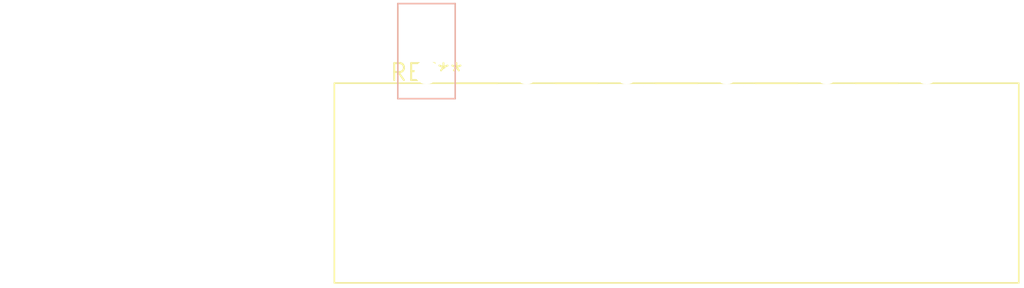
<source format=kicad_pcb>
(kicad_pcb (version 20240108) (generator pcbnew)
  (layers (0 "F.Cu" signal) (31 "B.Cu" signal) (34 "B.Paste" user) (35 "F.Paste" user) (36 "B.SilkS" user "B.Silkscreen") (37 "F.SilkS" user "F.Silkscreen") (38 "B.Mask" user) (39 "F.Mask" user) (44 "Edge.Cuts" user))
  (net 0 "")
  (footprint "Molex_Sabre_46007-1106_1x06_P7.49mm_Horizontal_ThermalVias" (layer "F.Cu") (at 0 0)
    (property "Reference" "REF**")
    (property "Value" "Molex_Sabre_46007-1106_1x06_P7.49mm_Horizontal_ThermalVias")
    (fp_line (start -2.15 -5.155) (end -2.15 1.975) (layer "B.SilkS") (stroke (width 0.12)))
    (fp_line (start -2.15 1.975) (end 2.15 1.975) (layer "B.SilkS") (stroke (width 0.12)))
    (fp_line (start 2.15 -5.155) (end -2.15 -5.155) (layer "B.SilkS") (stroke (width 0.12)))
    (fp_line (start 2.15 1.975) (end 2.15 -5.155) (layer "B.SilkS") (stroke (width 0.12)))
    (fp_line (start -6.9 0.815) (end -6.9 15.795) (layer "F.SilkS") (stroke (width 0.12)))
    (fp_line (start -6.9 15.795) (end 44.35 15.795) (layer "F.SilkS") (stroke (width 0.12)))
    (fp_line (start -2.15 0.815) (end -2.15 -4.895) (layer "F.SilkS") (stroke (width 0.12)))
    (fp_line (start 2.15 0.815) (end 5.34 0.815) (layer "F.SilkS") (stroke (width 0.12)))
    (fp_line (start 9.64 0.815) (end 12.83 0.815) (layer "F.SilkS") (stroke (width 0.12)))
    (fp_line (start 17.13 0.815) (end 20.32 0.815) (layer "F.SilkS") (stroke (width 0.12)))
    (fp_line (start 24.62 0.815) (end 27.81 0.815) (layer "F.SilkS") (stroke (width 0.12)))
    (fp_line (start 32.11 0.815) (end 35.3 0.815) (layer "F.SilkS") (stroke (width 0.12)))
    (fp_line (start 44.35 0.815) (end -6.9 0.815) (layer "F.SilkS") (stroke (width 0.12)))
    (fp_line (start 44.35 15.795) (end 44.35 0.815) (layer "F.SilkS") (stroke (width 0.12)))
    (pad "1" thru_hole rect (at -1.44 -4.445) (size 0.6 0.6) (drill 0.3) (layers *.Cu *.Mask) (remove_unused_layers))
    (pad "1" thru_hole rect (at -1.44 -3.0175) (size 0.6 0.6) (drill 0.3) (layers *.Cu *.Mask) (remove_unused_layers))
    (pad "1" thru_hole rect (at -1.44 -1.59) (size 0.6 0.6) (drill 0.3) (layers *.Cu *.Mask) (remove_unused_layers))
    (pad "1" thru_hole rect (at -1.44 -0.1625) (size 0.6 0.6) (drill 0.3) (layers *.Cu *.Mask) (remove_unused_layers))
    (pad "1" thru_hole rect (at -1.44 1.265) (size 0.6 0.6) (drill 0.3) (layers *.Cu *.Mask) (remove_unused_layers))
    (pad "1" thru_hole rect (at 0 -4.445) (size 0.6 0.6) (drill 0.3) (layers *.Cu *.Mask) (remove_unused_layers))
    (pad "1" thru_hole rect (at 0 -3.18) (size 3.78 3.43) (drill 1.78) (layers *.Cu *.Mask) (remove_unused_layers))
    (pad "1" thru_hole rect (at 0 -1.59) (size 0.6 0.6) (drill 0.3) (layers *.Cu *.Mask) (remove_unused_layers))
    (pad "1" thru_hole rect (at 0 0) (size 3.78 3.43) (drill 1.78) (layers *.Cu *.Mask) (remove_unused_layers))
    (pad "1" thru_hole rect (at 0 1.265) (size 0.6 0.6) (drill 0.3) (layers *.Cu *.Mask) (remove_unused_layers))
    (pad "1" thru_hole rect (at 1.44 -4.445) (size 0.6 0.6) (drill 0.3) (layers *.Cu *.Mask) (remove_unused_layers))
    (pad "1" thru_hole rect (at 1.44 -3.0175) (size 0.6 0.6) (drill 0.3) (layers *.Cu *.Mask) (remove_unused_layers))
    (pad "1" thru_hole rect (at 1.44 -1.59) (size 0.6 0.6) (drill 0.3) (layers *.Cu *.Mask) (remove_unused_layers))
    (pad "1" thru_hole rect (at 1.44 -0.1625) (size 0.6 0.6) (drill 0.3) (layers *.Cu *.Mask) (remove_unused_layers))
    (pad "1" thru_hole rect (at 1.44 1.265) (size 0.6 0.6) (drill 0.3) (layers *.Cu *.Mask) (remove_unused_layers))
    (pad "2" thru_hole circle (at 6.05 -4.445) (size 0.6 0.6) (drill 0.3) (layers *.Cu *.Mask) (remove_unused_layers))
    (pad "2" thru_hole circle (at 6.05 -3.0175) (size 0.6 0.6) (drill 0.3) (layers *.Cu *.Mask) (remove_unused_layers))
    (pad "2" thru_hole circle (at 6.05 -1.59) (size 0.6 0.6) (drill 0.3) (layers *.Cu *.Mask) (remove_unused_layers))
    (pad "2" thru_hole circle (at 6.05 -0.1625) (size 0.6 0.6) (drill 0.3) (layers *.Cu *.Mask) (remove_unused_layers))
    (pad "2" thru_hole circle (at 6.05 1.265) (size 0.6 0.6) (drill 0.3) (layers *.Cu *.Mask) (remove_unused_layers))
    (pad "2" thru_hole circle (at 7.49 -4.445) (size 0.6 0.6) (drill 0.3) (layers *.Cu *.Mask) (remove_unused_layers))
    (pad "2" thru_hole rect (at 7.49 -3.18) (size 3.78 3.43) (drill 1.78) (layers *.Cu *.Mask) (remove_unused_layers))
    (pad "2" thru_hole circle (at 7.49 -1.59) (size 0.6 0.6) (drill 0.3) (layers *.Cu *.Mask) (remove_unused_layers))
    (pad "2" thru_hole rect (at 7.49 0) (size 3.78 3.43) (drill 1.78) (layers *.Cu *.Mask) (remove_unused_layers))
    (pad "2" thru_hole circle (at 7.49 1.265) (size 0.6 0.6) (drill 0.3) (layers *.Cu *.Mask) (remove_unused_layers))
    (pad "2" thru_hole circle (at 8.93 -4.445) (size 0.6 0.6) (drill 0.3) (layers *.Cu *.Mask) (remove_unused_layers))
    (pad "2" thru_hole circle (at 8.93 -3.0175) (size 0.6 0.6) (drill 0.3) (layers *.Cu *.Mask) (remove_unused_layers))
    (pad "2" thru_hole circle (at 8.93 -1.59) (size 0.6 0.6) (drill 0.3) (layers *.Cu *.Mask) (remove_unused_layers))
    (pad "2" thru_hole circle (at 8.93 -0.1625) (size 0.6 0.6) (drill 0.3) (layers *.Cu *.Mask) (remove_unused_layers))
    (pad "2" thru_hole circle (at 8.93 1.265) (size 0.6 0.6) (drill 0.3) (layers *.Cu *.Mask) (remove_unused_layers))
    (pad "3" thru_hole circle (at 13.54 -4.445) (size 0.6 0.6) (drill 0.3) (layers *.Cu *.Mask) (remove_unused_layers))
    (pad "3" thru_hole circle (at 13.54 -3.0175) (size 0.6 0.6) (drill 0.3) (layers *.Cu *.Mask) (remove_unused_layers))
    (pad "3" thru_hole circle (at 13.54 -1.59) (size 0.6 0.6) (drill 0.3) (layers *.Cu *.Mask) (remove_unused_layers))
    (pad "3" thru_hole circle (at 13.54 -0.1625) (size 0.6 0.6) (drill 0.3) (layers *.Cu *.Mask) (remove_unused_layers))
    (pad "3" thru_hole circle (at 13.54 1.265) (size 0.6 0.6) (drill 0.3) (layers *.Cu *.Mask) (remove_unused_layers))
    (pad "3" thru_hole circle (at 14.98 -4.445) (size 0.6 0.6) (drill 0.3) (layers *.Cu *.Mask) (remove_unused_layers))
    (pad "3" thru_hole rect (at 14.98 -3.18) (size 3.78 3.43) (drill 1.78) (layers *.Cu *.Mask) (remove_unused_layers))
    (pad "3" thru_hole circle (at 14.98 -1.59) (size 0.6 0.6) (drill 0.3) (layers *.Cu *.Mask) (remove_unused_layers))
    (pad "3" thru_hole rect (at 14.98 0) (size 3.78 3.43) (drill 1.78) (layers *.Cu *.Mask) (remove_unused_layers))
    (pad "3" thru_hole circle (at 14.98 1.265) (size 0.6 0.6) (drill 0.3) (layers *.Cu *.Mask) (remove_unused_layers))
    (pad "3" thru_hole circle (at 16.42 -4.445) (size 0.6 0.6) (drill 0.3) (layers *.Cu *.Mask) (remove_unused_layers))
    (pad "3" thru_hole circle (at 16.42 -3.0175) (size 0.6 0.6) (drill 0.3) (layers *.Cu *.Mask) (remove_unused_layers))
    (pad "3" thru_hole circle (at 16.42 -1.59) (size 0.6 0.6) (drill 0.3) (layers *.Cu *.Mask) (remove_unused_layers))
    (pad "3" thru_hole circle (at 16.42 -0.1625) (size 0.6 0.6) (drill 0.3) (layers *.Cu *.Mask) (remove_unused_layers))
    (pad "3" thru_hole circle (at 16.42 1.265) (size 0.6 0.6) (drill 0.3) (layers *.Cu *.Mask) (remove_unused_layers))
    (pad "4" thru_hole circle (at 21.03 -4.445) (size 0.6 0.6) (drill 0.3) (layers *.Cu *.Mask) (remove_unused_layers))
    (pad "4" thru_hole circle (at 21.03 -3.0175) (size 0.6 0.6) (drill 0.3) (layers *.Cu *.Mask) (remove_unused_layers))
    (pad "4" thru_hole circle (at 21.03 -1.59) (size 0.6 0.6) (drill 0.3) (layers *.Cu *.Mask) (remove_unused_layers))
    (pad "4" thru_hole circle (at 21.03 -0.1625) (size 0.6 0.6) (drill 0.3) (layers *.Cu *.Mask) (remove_unused_layers))
    (pad "4" thru_hole circle (at 21.03 1.265) (size 0.6 0.6) (drill 0.3) (layers *.Cu *.Mask) (remove_unused_layers))
    (pad "4" thru_hole circle (at 22.47 -4.445) (size 0.6 0.6) (drill 0.3) (layers *.Cu *.Mask) (remove_unused_layers))
    (pad "4" thru_hole rect (at 22.47 -3.18) (size 3.78 3.43) (drill 1.78) (layers *.Cu *.Mask) (remove_unused_layers))
    (pad "4" thru_hole circle (at 22.47 -1.59) (size 0.6 0.6) (drill 0.3) (layers *.Cu *.Mask) (remove_unused_layers))
    (pad "4" thru_hole rect (at 22.47 0) (size 3.78 3.43) (drill 1.78) (layers *.Cu *.Mask) (remove_unused_layers))
    (pad "4" thru_hole circle (at 22.47 1.265) (size 0.6 0.6) (drill 0.3) (layers *.Cu *.Mask) (remove_unused_layers))
    (pad "4" thru_hole circle (at 23.91 -4.445) (size 0.6 0.6) (drill 0.3) (layers *.Cu *.Mask) (remove_unused_layers))
    (pad "4" thru_hole circle (at 23.91 -3.0175) (size 0.6 0.6) (drill 0.3) (layers *.Cu *.Mask) (remove_unused_layers))
    (pad "4" thru_hole circle (at 23.91 -1.59) (size 0.6 0.6) (drill 0.3) (layers *.Cu *.Mask) (remove_unused_layers))
    (pad "4" thru_hole circle (at 23.91 -0.1625) (size 0.6 0.6) (drill 0.3) (layers *.Cu *.Mask) (remove_unused_layers))
    (pad "4" thru_hole circle (at 23.91 1.265) (size 0.6 0.6) (drill 0.3) (layers *.Cu *.Mask) (remove_unused_layers))
    (pad "5" thru_hole circle (at 28.52 -4.445) (size 0.6 0.6) (drill 0.3) (layers *.Cu *.Mask) (remove_unused_layers))
    (pad "5" thru_hole circle (at 28.52 -3.0175) (size 0.6 0.6) (drill 0.3) (layers *.Cu *.Mask) (remove_unused_layers))
    (pad "5" thru_hole circle (at 28.52 -1.59) (size 0.6 0.6) (drill 0.3) (layers *.Cu *.Mask) (remove_unused_layers))
    (pad "5" thru_hole circle (at 28.52 -0.1625) (size 0.6 0.6) (drill 0.3) (layers *.Cu *.Mask) (remove_unused_layers))
    (pad "5" thru_hole circle (at 28.52 1.265) (size 0.6 0.6) (drill 0.3) (layers *.Cu *.Mask) (remove_unused_layers))
    (pad "5" thru_hole circle (at 29.96 -4.445) (size 0.6 0.6) (drill 0.3) (layers *.Cu *.Mask) (remove_unused_layers))
    (pad "5" thru_hole rect (at 29.96 -3.18) (size 3.78 3.43) (drill 1.78) (layers *.Cu *.Mask) (remove_unused_layers))
    (pad "5" thru_hole circle (at 29.96 -1.59) (size 0.6 0.6) (drill 0.3) (layers *.Cu *.Mask) (remove_unused_layers))
    (pad "5" thru_hole rect (at 29.96 0) (size 3.78 3.43) (drill 1.78) (layers *.Cu *.Mask) (remove_unused_layers))
    (pad "5" thru_hole circle (at 29.96 1.265) (size 0.6 0.6) (drill 0.3) (layers *.Cu *.Mask) (remove_unused_layers))
    (pad "5" thru_hole circle (at 31.4 -4.445) (size 0.6 0.6) (drill 0.3) (layers *.Cu *.Mask) (remove_unused_layers))
    (pad "5" thru_hole circle (at 31.4 -3.0175) (size 0.6 0.6) (drill 0.3) (layers *.Cu *.Mask) (remove_unused_layers))
    (pad "5" thru_hole circle (at 31.4 -1.59) (size 0.6 0.6) (drill 0.3) (layers *.Cu *.Mask) (remove_unused_layers))
    (pad "5" thru_hole circle (at 31.4 -0.1625) (size 0.6 0.6) (drill 0.3) (layers *.Cu *.Mask) (remove_unused_layers))
    (pad "5" thru_hole circle (at 31.4 1.265) (size 0.6 0.6) (drill 0.3) (layers *.Cu *.Mask) (remove_unused_layers))
    (pad "6" thru_hole circle (at 36.01 -4.445) (size 0.6 0.6) (drill 0.3) (layers *.Cu *.Mask) (remove_unused_layers))
    (pad "6" thru_hole circle (at 36.01 -3.0175) (size 0.6 0.6) (drill 0.3) (layers *.Cu *.Mask) (remove_unused_layers))
    (pad "6" thru_hole circle (at 36.01 -1.59) (size 0.6 0.6) (drill 0.3) (layers *.Cu *.Mask) (remove_unused_layers))
    (pad "6" thru_hole circle (at 36.01 -0.1625) (size 0.6 0.6) (drill 0.3) (layers *.Cu *.Mask) (remove_unused_layers))
    (pad "6" thru_hole circle (at 36.01 1.265) (size 0.6 0.6) (drill 0.3) (layers *.Cu *.Mask) (remove_unused_layers))
    (pad "6" thru_hole circle (at 37.45 -4.445) (size 0.6 0.6) (drill 0.3) (layers *.Cu *.Mask) (remove_unused_layers))
    (pad "6" thru_hole rect (at 37.45 -3.18) (size 3.78 3.43) (drill 1.78) (layers *.Cu *.Mask) (remove_unused_layers))
    (pad "6" thru_hole circle (at 37.45 -1.59) (size 0.6 0.6) (drill 0.3) (layers *.Cu *.Mask) (remove_unused_layers))
    (pad "6" thru_hole rect (at 37.45 0) (size 3.78 3.43) (drill 1.78) (layers *.Cu *.Mask) (remove_unused_layers))
    (pad "6" thru_hole circle (at 37.45 1.265) (size 0.6 0.6) (drill 0.3) (layers *.Cu *.Mask) (remove_unused_layers))
    (pad "6" thru_hole circle (at 38.89 -4.445) (size 0.6 0.6) (drill 0.3) (layers *.Cu *.Mask) (remove_unused_layers))
    (pad "6" thru_hole circle (at 38.89 -3.0175) (size 0.6 0.6) (drill 0.3) (layers *.Cu *.Mask) (remove_unused_layers))
    (pad "6" thru_hole circle (at 38.89 -1.59) (size 0.6 0.6) (drill 0.3) (layers *.Cu *.Mask) (remove_unused_layers))
    (pad "6" thru_hole circle (at 38.89 -0.1625) (size 0.6 0.6) (drill 0.3) (layers *.Cu *.Mask) (remove_unused_layers))
    (pad "6" thru_hole circle (at 38.89 1.265) (size 0.6 0.6) (drill 0.3) (layers *.Cu *.Mask) (remove_unused_layers))
  )
)
</source>
